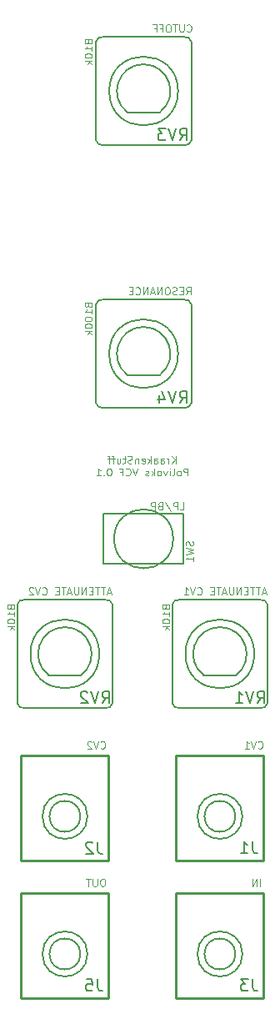
<source format=gbr>
G04 #@! TF.GenerationSoftware,KiCad,Pcbnew,5.1.4*
G04 #@! TF.CreationDate,2019-09-20T20:02:23+02:00*
G04 #@! TF.ProjectId,PolivoksVCF,506f6c69-766f-46b7-9356-43462e6b6963,rev?*
G04 #@! TF.SameCoordinates,Original*
G04 #@! TF.FileFunction,Legend,Bot*
G04 #@! TF.FilePolarity,Positive*
%FSLAX46Y46*%
G04 Gerber Fmt 4.6, Leading zero omitted, Abs format (unit mm)*
G04 Created by KiCad (PCBNEW 5.1.4) date 2019-09-20 20:02:23*
%MOMM*%
%LPD*%
G04 APERTURE LIST*
%ADD10C,0.120000*%
%ADD11C,0.127000*%
%ADD12C,0.254000*%
%ADD13C,0.150000*%
%ADD14C,0.152400*%
G04 APERTURE END LIST*
D10*
X269094714Y-66264785D02*
X269094714Y-65514785D01*
X268666142Y-66264785D02*
X268987571Y-65836214D01*
X268666142Y-65514785D02*
X269094714Y-65943357D01*
X268344714Y-66264785D02*
X268344714Y-65764785D01*
X268344714Y-65907642D02*
X268309000Y-65836214D01*
X268273285Y-65800500D01*
X268201857Y-65764785D01*
X268130428Y-65764785D01*
X267559000Y-66264785D02*
X267559000Y-65871928D01*
X267594714Y-65800500D01*
X267666142Y-65764785D01*
X267809000Y-65764785D01*
X267880428Y-65800500D01*
X267559000Y-66229071D02*
X267630428Y-66264785D01*
X267809000Y-66264785D01*
X267880428Y-66229071D01*
X267916142Y-66157642D01*
X267916142Y-66086214D01*
X267880428Y-66014785D01*
X267809000Y-65979071D01*
X267630428Y-65979071D01*
X267559000Y-65943357D01*
X266880428Y-66264785D02*
X266880428Y-65871928D01*
X266916142Y-65800500D01*
X266987571Y-65764785D01*
X267130428Y-65764785D01*
X267201857Y-65800500D01*
X266880428Y-66229071D02*
X266951857Y-66264785D01*
X267130428Y-66264785D01*
X267201857Y-66229071D01*
X267237571Y-66157642D01*
X267237571Y-66086214D01*
X267201857Y-66014785D01*
X267130428Y-65979071D01*
X266951857Y-65979071D01*
X266880428Y-65943357D01*
X266523285Y-66264785D02*
X266523285Y-65514785D01*
X266451857Y-65979071D02*
X266237571Y-66264785D01*
X266237571Y-65764785D02*
X266523285Y-66050500D01*
X265630428Y-66229071D02*
X265701857Y-66264785D01*
X265844714Y-66264785D01*
X265916142Y-66229071D01*
X265951857Y-66157642D01*
X265951857Y-65871928D01*
X265916142Y-65800500D01*
X265844714Y-65764785D01*
X265701857Y-65764785D01*
X265630428Y-65800500D01*
X265594714Y-65871928D01*
X265594714Y-65943357D01*
X265951857Y-66014785D01*
X265273285Y-65764785D02*
X265273285Y-66264785D01*
X265273285Y-65836214D02*
X265237571Y-65800500D01*
X265166142Y-65764785D01*
X265059000Y-65764785D01*
X264987571Y-65800500D01*
X264951857Y-65871928D01*
X264951857Y-66264785D01*
X264630428Y-66229071D02*
X264523285Y-66264785D01*
X264344714Y-66264785D01*
X264273285Y-66229071D01*
X264237571Y-66193357D01*
X264201857Y-66121928D01*
X264201857Y-66050500D01*
X264237571Y-65979071D01*
X264273285Y-65943357D01*
X264344714Y-65907642D01*
X264487571Y-65871928D01*
X264559000Y-65836214D01*
X264594714Y-65800500D01*
X264630428Y-65729071D01*
X264630428Y-65657642D01*
X264594714Y-65586214D01*
X264559000Y-65550500D01*
X264487571Y-65514785D01*
X264309000Y-65514785D01*
X264201857Y-65550500D01*
X263987571Y-65764785D02*
X263701857Y-65764785D01*
X263880428Y-65514785D02*
X263880428Y-66157642D01*
X263844714Y-66229071D01*
X263773285Y-66264785D01*
X263701857Y-66264785D01*
X263130428Y-65764785D02*
X263130428Y-66264785D01*
X263451857Y-65764785D02*
X263451857Y-66157642D01*
X263416142Y-66229071D01*
X263344714Y-66264785D01*
X263237571Y-66264785D01*
X263166142Y-66229071D01*
X263130428Y-66193357D01*
X262880428Y-65764785D02*
X262594714Y-65764785D01*
X262773285Y-66264785D02*
X262773285Y-65621928D01*
X262737571Y-65550500D01*
X262666142Y-65514785D01*
X262594714Y-65514785D01*
X262451857Y-65764785D02*
X262166142Y-65764785D01*
X262344714Y-66264785D02*
X262344714Y-65621928D01*
X262309000Y-65550500D01*
X262237571Y-65514785D01*
X262166142Y-65514785D01*
X270309000Y-67509785D02*
X270309000Y-66759785D01*
X270023285Y-66759785D01*
X269951857Y-66795500D01*
X269916142Y-66831214D01*
X269880428Y-66902642D01*
X269880428Y-67009785D01*
X269916142Y-67081214D01*
X269951857Y-67116928D01*
X270023285Y-67152642D01*
X270309000Y-67152642D01*
X269451857Y-67509785D02*
X269523285Y-67474071D01*
X269559000Y-67438357D01*
X269594714Y-67366928D01*
X269594714Y-67152642D01*
X269559000Y-67081214D01*
X269523285Y-67045500D01*
X269451857Y-67009785D01*
X269344714Y-67009785D01*
X269273285Y-67045500D01*
X269237571Y-67081214D01*
X269201857Y-67152642D01*
X269201857Y-67366928D01*
X269237571Y-67438357D01*
X269273285Y-67474071D01*
X269344714Y-67509785D01*
X269451857Y-67509785D01*
X268773285Y-67509785D02*
X268844714Y-67474071D01*
X268880428Y-67402642D01*
X268880428Y-66759785D01*
X268487571Y-67509785D02*
X268487571Y-67009785D01*
X268487571Y-66759785D02*
X268523285Y-66795500D01*
X268487571Y-66831214D01*
X268451857Y-66795500D01*
X268487571Y-66759785D01*
X268487571Y-66831214D01*
X268201857Y-67009785D02*
X268023285Y-67509785D01*
X267844714Y-67009785D01*
X267451857Y-67509785D02*
X267523285Y-67474071D01*
X267559000Y-67438357D01*
X267594714Y-67366928D01*
X267594714Y-67152642D01*
X267559000Y-67081214D01*
X267523285Y-67045500D01*
X267451857Y-67009785D01*
X267344714Y-67009785D01*
X267273285Y-67045500D01*
X267237571Y-67081214D01*
X267201857Y-67152642D01*
X267201857Y-67366928D01*
X267237571Y-67438357D01*
X267273285Y-67474071D01*
X267344714Y-67509785D01*
X267451857Y-67509785D01*
X266880428Y-67509785D02*
X266880428Y-66759785D01*
X266809000Y-67224071D02*
X266594714Y-67509785D01*
X266594714Y-67009785D02*
X266880428Y-67295500D01*
X266309000Y-67474071D02*
X266237571Y-67509785D01*
X266094714Y-67509785D01*
X266023285Y-67474071D01*
X265987571Y-67402642D01*
X265987571Y-67366928D01*
X266023285Y-67295500D01*
X266094714Y-67259785D01*
X266201857Y-67259785D01*
X266273285Y-67224071D01*
X266309000Y-67152642D01*
X266309000Y-67116928D01*
X266273285Y-67045500D01*
X266201857Y-67009785D01*
X266094714Y-67009785D01*
X266023285Y-67045500D01*
X265201857Y-66759785D02*
X264951857Y-67509785D01*
X264701857Y-66759785D01*
X264023285Y-67438357D02*
X264059000Y-67474071D01*
X264166142Y-67509785D01*
X264237571Y-67509785D01*
X264344714Y-67474071D01*
X264416142Y-67402642D01*
X264451857Y-67331214D01*
X264487571Y-67188357D01*
X264487571Y-67081214D01*
X264451857Y-66938357D01*
X264416142Y-66866928D01*
X264344714Y-66795500D01*
X264237571Y-66759785D01*
X264166142Y-66759785D01*
X264059000Y-66795500D01*
X264023285Y-66831214D01*
X263451857Y-67116928D02*
X263701857Y-67116928D01*
X263701857Y-67509785D02*
X263701857Y-66759785D01*
X263344714Y-66759785D01*
X262344714Y-66759785D02*
X262273285Y-66759785D01*
X262201857Y-66795500D01*
X262166142Y-66831214D01*
X262130428Y-66902642D01*
X262094714Y-67045500D01*
X262094714Y-67224071D01*
X262130428Y-67366928D01*
X262166142Y-67438357D01*
X262201857Y-67474071D01*
X262273285Y-67509785D01*
X262344714Y-67509785D01*
X262416142Y-67474071D01*
X262451857Y-67438357D01*
X262487571Y-67366928D01*
X262523285Y-67224071D01*
X262523285Y-67045500D01*
X262487571Y-66902642D01*
X262451857Y-66831214D01*
X262416142Y-66795500D01*
X262344714Y-66759785D01*
X261773285Y-67438357D02*
X261737571Y-67474071D01*
X261773285Y-67509785D01*
X261809000Y-67474071D01*
X261773285Y-67438357D01*
X261773285Y-67509785D01*
X261023285Y-67509785D02*
X261451857Y-67509785D01*
X261237571Y-67509785D02*
X261237571Y-66759785D01*
X261309000Y-66866928D01*
X261380428Y-66938357D01*
X261451857Y-66974071D01*
X262478714Y-79373000D02*
X262121571Y-79373000D01*
X262550142Y-79587285D02*
X262300142Y-78837285D01*
X262050142Y-79587285D01*
X261907285Y-78837285D02*
X261478714Y-78837285D01*
X261693000Y-79587285D02*
X261693000Y-78837285D01*
X261335857Y-78837285D02*
X260907285Y-78837285D01*
X261121571Y-79587285D02*
X261121571Y-78837285D01*
X260657285Y-79194428D02*
X260407285Y-79194428D01*
X260300142Y-79587285D02*
X260657285Y-79587285D01*
X260657285Y-78837285D01*
X260300142Y-78837285D01*
X259978714Y-79587285D02*
X259978714Y-78837285D01*
X259550142Y-79587285D01*
X259550142Y-78837285D01*
X259193000Y-78837285D02*
X259193000Y-79444428D01*
X259157285Y-79515857D01*
X259121571Y-79551571D01*
X259050142Y-79587285D01*
X258907285Y-79587285D01*
X258835857Y-79551571D01*
X258800142Y-79515857D01*
X258764428Y-79444428D01*
X258764428Y-78837285D01*
X258443000Y-79373000D02*
X258085857Y-79373000D01*
X258514428Y-79587285D02*
X258264428Y-78837285D01*
X258014428Y-79587285D01*
X257871571Y-78837285D02*
X257443000Y-78837285D01*
X257657285Y-79587285D02*
X257657285Y-78837285D01*
X257193000Y-79194428D02*
X256943000Y-79194428D01*
X256835857Y-79587285D02*
X257193000Y-79587285D01*
X257193000Y-78837285D01*
X256835857Y-78837285D01*
X255514428Y-79515857D02*
X255550142Y-79551571D01*
X255657285Y-79587285D01*
X255728714Y-79587285D01*
X255835857Y-79551571D01*
X255907285Y-79480142D01*
X255943000Y-79408714D01*
X255978714Y-79265857D01*
X255978714Y-79158714D01*
X255943000Y-79015857D01*
X255907285Y-78944428D01*
X255835857Y-78873000D01*
X255728714Y-78837285D01*
X255657285Y-78837285D01*
X255550142Y-78873000D01*
X255514428Y-78908714D01*
X255300142Y-78837285D02*
X255050142Y-79587285D01*
X254800142Y-78837285D01*
X254585857Y-78908714D02*
X254550142Y-78873000D01*
X254478714Y-78837285D01*
X254300142Y-78837285D01*
X254228714Y-78873000D01*
X254193000Y-78908714D01*
X254157285Y-78980142D01*
X254157285Y-79051571D01*
X254193000Y-79158714D01*
X254621571Y-79587285D01*
X254157285Y-79587285D01*
X278226714Y-79373000D02*
X277869571Y-79373000D01*
X278298142Y-79587285D02*
X278048142Y-78837285D01*
X277798142Y-79587285D01*
X277655285Y-78837285D02*
X277226714Y-78837285D01*
X277441000Y-79587285D02*
X277441000Y-78837285D01*
X277083857Y-78837285D02*
X276655285Y-78837285D01*
X276869571Y-79587285D02*
X276869571Y-78837285D01*
X276405285Y-79194428D02*
X276155285Y-79194428D01*
X276048142Y-79587285D02*
X276405285Y-79587285D01*
X276405285Y-78837285D01*
X276048142Y-78837285D01*
X275726714Y-79587285D02*
X275726714Y-78837285D01*
X275298142Y-79587285D01*
X275298142Y-78837285D01*
X274941000Y-78837285D02*
X274941000Y-79444428D01*
X274905285Y-79515857D01*
X274869571Y-79551571D01*
X274798142Y-79587285D01*
X274655285Y-79587285D01*
X274583857Y-79551571D01*
X274548142Y-79515857D01*
X274512428Y-79444428D01*
X274512428Y-78837285D01*
X274191000Y-79373000D02*
X273833857Y-79373000D01*
X274262428Y-79587285D02*
X274012428Y-78837285D01*
X273762428Y-79587285D01*
X273619571Y-78837285D02*
X273191000Y-78837285D01*
X273405285Y-79587285D02*
X273405285Y-78837285D01*
X272941000Y-79194428D02*
X272691000Y-79194428D01*
X272583857Y-79587285D02*
X272941000Y-79587285D01*
X272941000Y-78837285D01*
X272583857Y-78837285D01*
X271262428Y-79515857D02*
X271298142Y-79551571D01*
X271405285Y-79587285D01*
X271476714Y-79587285D01*
X271583857Y-79551571D01*
X271655285Y-79480142D01*
X271691000Y-79408714D01*
X271726714Y-79265857D01*
X271726714Y-79158714D01*
X271691000Y-79015857D01*
X271655285Y-78944428D01*
X271583857Y-78873000D01*
X271476714Y-78837285D01*
X271405285Y-78837285D01*
X271298142Y-78873000D01*
X271262428Y-78908714D01*
X271048142Y-78837285D02*
X270798142Y-79587285D01*
X270548142Y-78837285D01*
X269905285Y-79587285D02*
X270333857Y-79587285D01*
X270119571Y-79587285D02*
X270119571Y-78837285D01*
X270191000Y-78944428D01*
X270262428Y-79015857D01*
X270333857Y-79051571D01*
X269509714Y-70951285D02*
X269866857Y-70951285D01*
X269866857Y-70201285D01*
X269259714Y-70951285D02*
X269259714Y-70201285D01*
X268974000Y-70201285D01*
X268902571Y-70237000D01*
X268866857Y-70272714D01*
X268831142Y-70344142D01*
X268831142Y-70451285D01*
X268866857Y-70522714D01*
X268902571Y-70558428D01*
X268974000Y-70594142D01*
X269259714Y-70594142D01*
X267974000Y-70165571D02*
X268616857Y-71129857D01*
X267474000Y-70558428D02*
X267366857Y-70594142D01*
X267331142Y-70629857D01*
X267295428Y-70701285D01*
X267295428Y-70808428D01*
X267331142Y-70879857D01*
X267366857Y-70915571D01*
X267438285Y-70951285D01*
X267724000Y-70951285D01*
X267724000Y-70201285D01*
X267474000Y-70201285D01*
X267402571Y-70237000D01*
X267366857Y-70272714D01*
X267331142Y-70344142D01*
X267331142Y-70415571D01*
X267366857Y-70487000D01*
X267402571Y-70522714D01*
X267474000Y-70558428D01*
X267724000Y-70558428D01*
X266974000Y-70951285D02*
X266974000Y-70201285D01*
X266688285Y-70201285D01*
X266616857Y-70237000D01*
X266581142Y-70272714D01*
X266545428Y-70344142D01*
X266545428Y-70451285D01*
X266581142Y-70522714D01*
X266616857Y-70558428D01*
X266688285Y-70594142D01*
X266974000Y-70594142D01*
X270140571Y-49107285D02*
X270390571Y-48750142D01*
X270569142Y-49107285D02*
X270569142Y-48357285D01*
X270283428Y-48357285D01*
X270212000Y-48393000D01*
X270176285Y-48428714D01*
X270140571Y-48500142D01*
X270140571Y-48607285D01*
X270176285Y-48678714D01*
X270212000Y-48714428D01*
X270283428Y-48750142D01*
X270569142Y-48750142D01*
X269819142Y-48714428D02*
X269569142Y-48714428D01*
X269462000Y-49107285D02*
X269819142Y-49107285D01*
X269819142Y-48357285D01*
X269462000Y-48357285D01*
X269176285Y-49071571D02*
X269069142Y-49107285D01*
X268890571Y-49107285D01*
X268819142Y-49071571D01*
X268783428Y-49035857D01*
X268747714Y-48964428D01*
X268747714Y-48893000D01*
X268783428Y-48821571D01*
X268819142Y-48785857D01*
X268890571Y-48750142D01*
X269033428Y-48714428D01*
X269104857Y-48678714D01*
X269140571Y-48643000D01*
X269176285Y-48571571D01*
X269176285Y-48500142D01*
X269140571Y-48428714D01*
X269104857Y-48393000D01*
X269033428Y-48357285D01*
X268854857Y-48357285D01*
X268747714Y-48393000D01*
X268283428Y-48357285D02*
X268140571Y-48357285D01*
X268069142Y-48393000D01*
X267997714Y-48464428D01*
X267962000Y-48607285D01*
X267962000Y-48857285D01*
X267997714Y-49000142D01*
X268069142Y-49071571D01*
X268140571Y-49107285D01*
X268283428Y-49107285D01*
X268354857Y-49071571D01*
X268426285Y-49000142D01*
X268462000Y-48857285D01*
X268462000Y-48607285D01*
X268426285Y-48464428D01*
X268354857Y-48393000D01*
X268283428Y-48357285D01*
X267640571Y-49107285D02*
X267640571Y-48357285D01*
X267212000Y-49107285D01*
X267212000Y-48357285D01*
X266890571Y-48893000D02*
X266533428Y-48893000D01*
X266962000Y-49107285D02*
X266712000Y-48357285D01*
X266462000Y-49107285D01*
X266212000Y-49107285D02*
X266212000Y-48357285D01*
X265783428Y-49107285D01*
X265783428Y-48357285D01*
X264997714Y-49035857D02*
X265033428Y-49071571D01*
X265140571Y-49107285D01*
X265212000Y-49107285D01*
X265319142Y-49071571D01*
X265390571Y-49000142D01*
X265426285Y-48928714D01*
X265462000Y-48785857D01*
X265462000Y-48678714D01*
X265426285Y-48535857D01*
X265390571Y-48464428D01*
X265319142Y-48393000D01*
X265212000Y-48357285D01*
X265140571Y-48357285D01*
X265033428Y-48393000D01*
X264997714Y-48428714D01*
X264676285Y-48714428D02*
X264426285Y-48714428D01*
X264319142Y-49107285D02*
X264676285Y-49107285D01*
X264676285Y-48357285D01*
X264319142Y-48357285D01*
X270214142Y-22365857D02*
X270249857Y-22401571D01*
X270357000Y-22437285D01*
X270428428Y-22437285D01*
X270535571Y-22401571D01*
X270607000Y-22330142D01*
X270642714Y-22258714D01*
X270678428Y-22115857D01*
X270678428Y-22008714D01*
X270642714Y-21865857D01*
X270607000Y-21794428D01*
X270535571Y-21723000D01*
X270428428Y-21687285D01*
X270357000Y-21687285D01*
X270249857Y-21723000D01*
X270214142Y-21758714D01*
X269892714Y-21687285D02*
X269892714Y-22294428D01*
X269857000Y-22365857D01*
X269821285Y-22401571D01*
X269749857Y-22437285D01*
X269607000Y-22437285D01*
X269535571Y-22401571D01*
X269499857Y-22365857D01*
X269464142Y-22294428D01*
X269464142Y-21687285D01*
X269214142Y-21687285D02*
X268785571Y-21687285D01*
X268999857Y-22437285D02*
X268999857Y-21687285D01*
X268392714Y-21687285D02*
X268249857Y-21687285D01*
X268178428Y-21723000D01*
X268107000Y-21794428D01*
X268071285Y-21937285D01*
X268071285Y-22187285D01*
X268107000Y-22330142D01*
X268178428Y-22401571D01*
X268249857Y-22437285D01*
X268392714Y-22437285D01*
X268464142Y-22401571D01*
X268535571Y-22330142D01*
X268571285Y-22187285D01*
X268571285Y-21937285D01*
X268535571Y-21794428D01*
X268464142Y-21723000D01*
X268392714Y-21687285D01*
X267499857Y-22044428D02*
X267749857Y-22044428D01*
X267749857Y-22437285D02*
X267749857Y-21687285D01*
X267392714Y-21687285D01*
X266857000Y-22044428D02*
X267107000Y-22044428D01*
X267107000Y-22437285D02*
X267107000Y-21687285D01*
X266749857Y-21687285D01*
D11*
X275843837Y-102095300D02*
G75*
G03X275843837Y-102095300I-2286000J0D01*
G01*
X275132637Y-102095300D02*
G75*
G03X275132637Y-102095300I-1574800J0D01*
G01*
D12*
X278002837Y-106603800D02*
X269112837Y-106603800D01*
X278002837Y-95935800D02*
X278002837Y-106603800D01*
X269112837Y-95935800D02*
X278002837Y-95935800D01*
X269112837Y-106603800D02*
X269112837Y-95935800D01*
D11*
X260095837Y-102095300D02*
G75*
G03X260095837Y-102095300I-2286000J0D01*
G01*
X259384637Y-102095300D02*
G75*
G03X259384637Y-102095300I-1574800J0D01*
G01*
D12*
X262254837Y-106603800D02*
X253364837Y-106603800D01*
X262254837Y-95935800D02*
X262254837Y-106603800D01*
X253364837Y-95935800D02*
X262254837Y-95935800D01*
X253364837Y-106603800D02*
X253364837Y-95935800D01*
X269112837Y-120573800D02*
X269112837Y-109905800D01*
X269112837Y-109905800D02*
X278002837Y-109905800D01*
X278002837Y-109905800D02*
X278002837Y-120573800D01*
X278002837Y-120573800D02*
X269112837Y-120573800D01*
D11*
X275132637Y-116065300D02*
G75*
G03X275132637Y-116065300I-1574800J0D01*
G01*
X275843837Y-116065300D02*
G75*
G03X275843837Y-116065300I-2286000J0D01*
G01*
D12*
X253364837Y-120573800D02*
X253364837Y-109905800D01*
X253364837Y-109905800D02*
X262254837Y-109905800D01*
X262254837Y-109905800D02*
X262254837Y-120573800D01*
X262254837Y-120573800D02*
X253364837Y-120573800D01*
D11*
X259384637Y-116065300D02*
G75*
G03X259384637Y-116065300I-1574800J0D01*
G01*
X260095837Y-116065300D02*
G75*
G03X260095837Y-116065300I-2286000J0D01*
G01*
X277057837Y-85599843D02*
G75*
G03X277057837Y-85599843I-3500000J0D01*
G01*
X268703837Y-90589943D02*
G75*
G03X269467737Y-91099843I636900J127000D01*
G01*
X277647937Y-91099843D02*
X269467737Y-91099843D01*
X277647937Y-91099843D02*
G75*
G03X278411837Y-90589943I127000J636900D01*
G01*
X278411837Y-80609743D02*
X278411837Y-90589943D01*
X278411837Y-80609743D02*
G75*
G03X277647937Y-80099843I-636900J-127000D01*
G01*
X269467737Y-80099843D02*
X277647937Y-80099843D01*
X269467737Y-80099843D02*
G75*
G03X268703837Y-80609743I-127000J-636900D01*
G01*
X268703837Y-90589943D02*
X268703837Y-80609743D01*
D13*
X271907000Y-87757000D02*
G75*
G02X275209000Y-87757000I1651000J2159000D01*
G01*
X275209000Y-87757000D02*
X271907000Y-87757000D01*
X259461000Y-87757000D02*
X256159000Y-87757000D01*
X256159000Y-87757000D02*
G75*
G02X259461000Y-87757000I1651000J2159000D01*
G01*
D11*
X252955837Y-90589943D02*
X252955837Y-80609743D01*
X253719737Y-80099843D02*
G75*
G03X252955837Y-80609743I-127000J-636900D01*
G01*
X253719737Y-80099843D02*
X261899937Y-80099843D01*
X262663837Y-80609743D02*
G75*
G03X261899937Y-80099843I-636900J-127000D01*
G01*
X262663837Y-80609743D02*
X262663837Y-90589943D01*
X261899937Y-91099843D02*
G75*
G03X262663837Y-90589943I127000J636900D01*
G01*
X261899937Y-91099843D02*
X253719737Y-91099843D01*
X252955837Y-90589943D02*
G75*
G03X253719737Y-91099843I636900J127000D01*
G01*
X261309837Y-85599843D02*
G75*
G03X261309837Y-85599843I-3500000J0D01*
G01*
X269311000Y-28449843D02*
G75*
G03X269311000Y-28449843I-3500000J0D01*
G01*
X260957000Y-33439943D02*
G75*
G03X261720900Y-33949843I636900J127000D01*
G01*
X269901100Y-33949843D02*
X261720900Y-33949843D01*
X269901100Y-33949843D02*
G75*
G03X270665000Y-33439943I127000J636900D01*
G01*
X270665000Y-23459743D02*
X270665000Y-33439943D01*
X270665000Y-23459743D02*
G75*
G03X269901100Y-22949843I-636900J-127000D01*
G01*
X261720900Y-22949843D02*
X269901100Y-22949843D01*
X261720900Y-22949843D02*
G75*
G03X260957000Y-23459743I-127000J-636900D01*
G01*
X260957000Y-33439943D02*
X260957000Y-23459743D01*
D13*
X264160163Y-30607000D02*
G75*
G02X267462163Y-30607000I1651000J2159000D01*
G01*
X267462163Y-30607000D02*
X264160163Y-30607000D01*
X267462163Y-57277000D02*
X264160163Y-57277000D01*
X264160163Y-57277000D02*
G75*
G02X267462163Y-57277000I1651000J2159000D01*
G01*
D11*
X260957000Y-60109943D02*
X260957000Y-50129743D01*
X261720900Y-49619843D02*
G75*
G03X260957000Y-50129743I-127000J-636900D01*
G01*
X261720900Y-49619843D02*
X269901100Y-49619843D01*
X270665000Y-50129743D02*
G75*
G03X269901100Y-49619843I-636900J-127000D01*
G01*
X270665000Y-50129743D02*
X270665000Y-60109943D01*
X269901100Y-60619843D02*
G75*
G03X270665000Y-60109943I127000J636900D01*
G01*
X269901100Y-60619843D02*
X261720900Y-60619843D01*
X260957000Y-60109943D02*
G75*
G03X261720900Y-60619843I636900J127000D01*
G01*
X269311000Y-55119843D02*
G75*
G03X269311000Y-55119843I-3500000J0D01*
G01*
D13*
X261746000Y-71374000D02*
X261746000Y-76454000D01*
X269876000Y-71374000D02*
X269876000Y-76454000D01*
X269876000Y-71374000D02*
X261746000Y-71374000D01*
X269876000Y-76454000D02*
X261746000Y-76454000D01*
X268811000Y-73914000D02*
G75*
G03X268811000Y-73914000I-3000000J0D01*
G01*
D14*
X276890963Y-104654047D02*
X276890963Y-105515833D01*
X276948416Y-105688190D01*
X277063320Y-105803095D01*
X277235678Y-105860547D01*
X277350582Y-105860547D01*
X275684463Y-105860547D02*
X276373892Y-105860547D01*
X276029178Y-105860547D02*
X276029178Y-104654047D01*
X276144082Y-104826404D01*
X276258987Y-104941309D01*
X276373892Y-104998761D01*
D10*
X277444857Y-95142857D02*
X277480571Y-95178571D01*
X277587714Y-95214285D01*
X277659142Y-95214285D01*
X277766285Y-95178571D01*
X277837714Y-95107142D01*
X277873428Y-95035714D01*
X277909142Y-94892857D01*
X277909142Y-94785714D01*
X277873428Y-94642857D01*
X277837714Y-94571428D01*
X277766285Y-94500000D01*
X277659142Y-94464285D01*
X277587714Y-94464285D01*
X277480571Y-94500000D01*
X277444857Y-94535714D01*
X277230571Y-94464285D02*
X276980571Y-95214285D01*
X276730571Y-94464285D01*
X276087714Y-95214285D02*
X276516285Y-95214285D01*
X276302000Y-95214285D02*
X276302000Y-94464285D01*
X276373428Y-94571428D01*
X276444857Y-94642857D01*
X276516285Y-94678571D01*
D14*
X261142963Y-104679447D02*
X261142963Y-105541233D01*
X261200416Y-105713590D01*
X261315320Y-105828495D01*
X261487678Y-105885947D01*
X261602582Y-105885947D01*
X260625892Y-104794352D02*
X260568440Y-104736900D01*
X260453535Y-104679447D01*
X260166273Y-104679447D01*
X260051368Y-104736900D01*
X259993916Y-104794352D01*
X259936463Y-104909257D01*
X259936463Y-105024161D01*
X259993916Y-105196519D01*
X260683344Y-105885947D01*
X259936463Y-105885947D01*
D10*
X261442857Y-95142857D02*
X261478571Y-95178571D01*
X261585714Y-95214285D01*
X261657142Y-95214285D01*
X261764285Y-95178571D01*
X261835714Y-95107142D01*
X261871428Y-95035714D01*
X261907142Y-94892857D01*
X261907142Y-94785714D01*
X261871428Y-94642857D01*
X261835714Y-94571428D01*
X261764285Y-94500000D01*
X261657142Y-94464285D01*
X261585714Y-94464285D01*
X261478571Y-94500000D01*
X261442857Y-94535714D01*
X261228571Y-94464285D02*
X260978571Y-95214285D01*
X260728571Y-94464285D01*
X260514285Y-94535714D02*
X260478571Y-94500000D01*
X260407142Y-94464285D01*
X260228571Y-94464285D01*
X260157142Y-94500000D01*
X260121428Y-94535714D01*
X260085714Y-94607142D01*
X260085714Y-94678571D01*
X260121428Y-94785714D01*
X260550000Y-95214285D01*
X260085714Y-95214285D01*
D14*
X276890963Y-118624047D02*
X276890963Y-119485833D01*
X276948416Y-119658190D01*
X277063320Y-119773095D01*
X277235678Y-119830547D01*
X277350582Y-119830547D01*
X276431344Y-118624047D02*
X275684463Y-118624047D01*
X276086630Y-119083666D01*
X275914273Y-119083666D01*
X275799368Y-119141119D01*
X275741916Y-119198571D01*
X275684463Y-119313476D01*
X275684463Y-119600738D01*
X275741916Y-119715642D01*
X275799368Y-119773095D01*
X275914273Y-119830547D01*
X276258987Y-119830547D01*
X276373892Y-119773095D01*
X276431344Y-119715642D01*
D10*
X277619428Y-109184285D02*
X277619428Y-108434285D01*
X277262285Y-109184285D02*
X277262285Y-108434285D01*
X276833714Y-109184285D01*
X276833714Y-108434285D01*
D14*
X261142963Y-118624047D02*
X261142963Y-119485833D01*
X261200416Y-119658190D01*
X261315320Y-119773095D01*
X261487678Y-119830547D01*
X261602582Y-119830547D01*
X259993916Y-118624047D02*
X260568440Y-118624047D01*
X260625892Y-119198571D01*
X260568440Y-119141119D01*
X260453535Y-119083666D01*
X260166273Y-119083666D01*
X260051368Y-119141119D01*
X259993916Y-119198571D01*
X259936463Y-119313476D01*
X259936463Y-119600738D01*
X259993916Y-119715642D01*
X260051368Y-119773095D01*
X260166273Y-119830547D01*
X260453535Y-119830547D01*
X260568440Y-119773095D01*
X260625892Y-119715642D01*
D10*
X261728571Y-108434285D02*
X261585714Y-108434285D01*
X261514285Y-108470000D01*
X261442857Y-108541428D01*
X261407142Y-108684285D01*
X261407142Y-108934285D01*
X261442857Y-109077142D01*
X261514285Y-109148571D01*
X261585714Y-109184285D01*
X261728571Y-109184285D01*
X261800000Y-109148571D01*
X261871428Y-109077142D01*
X261907142Y-108934285D01*
X261907142Y-108684285D01*
X261871428Y-108541428D01*
X261800000Y-108470000D01*
X261728571Y-108434285D01*
X261085714Y-108434285D02*
X261085714Y-109041428D01*
X261050000Y-109112857D01*
X261014285Y-109148571D01*
X260942857Y-109184285D01*
X260800000Y-109184285D01*
X260728571Y-109148571D01*
X260692857Y-109112857D01*
X260657142Y-109041428D01*
X260657142Y-108434285D01*
X260407142Y-108434285D02*
X259978571Y-108434285D01*
X260192857Y-109184285D02*
X260192857Y-108434285D01*
D14*
X277340060Y-90620547D02*
X277742226Y-90046023D01*
X278029488Y-90620547D02*
X278029488Y-89414047D01*
X277569869Y-89414047D01*
X277454964Y-89471500D01*
X277397512Y-89528952D01*
X277340060Y-89643857D01*
X277340060Y-89816214D01*
X277397512Y-89931119D01*
X277454964Y-89988571D01*
X277569869Y-90046023D01*
X278029488Y-90046023D01*
X276995345Y-89414047D02*
X276593179Y-90620547D01*
X276191012Y-89414047D01*
X275156869Y-90620547D02*
X275846298Y-90620547D01*
X275501583Y-90620547D02*
X275501583Y-89414047D01*
X275616488Y-89586404D01*
X275731393Y-89701309D01*
X275846298Y-89758761D01*
D10*
X268049428Y-80876857D02*
X268085142Y-80984000D01*
X268120857Y-81019714D01*
X268192285Y-81055428D01*
X268299428Y-81055428D01*
X268370857Y-81019714D01*
X268406571Y-80984000D01*
X268442285Y-80912571D01*
X268442285Y-80626857D01*
X267692285Y-80626857D01*
X267692285Y-80876857D01*
X267728000Y-80948285D01*
X267763714Y-80984000D01*
X267835142Y-81019714D01*
X267906571Y-81019714D01*
X267978000Y-80984000D01*
X268013714Y-80948285D01*
X268049428Y-80876857D01*
X268049428Y-80626857D01*
X268442285Y-81769714D02*
X268442285Y-81341142D01*
X268442285Y-81555428D02*
X267692285Y-81555428D01*
X267799428Y-81484000D01*
X267870857Y-81412571D01*
X267906571Y-81341142D01*
X267692285Y-82234000D02*
X267692285Y-82305428D01*
X267728000Y-82376857D01*
X267763714Y-82412571D01*
X267835142Y-82448285D01*
X267978000Y-82484000D01*
X268156571Y-82484000D01*
X268299428Y-82448285D01*
X268370857Y-82412571D01*
X268406571Y-82376857D01*
X268442285Y-82305428D01*
X268442285Y-82234000D01*
X268406571Y-82162571D01*
X268370857Y-82126857D01*
X268299428Y-82091142D01*
X268156571Y-82055428D01*
X267978000Y-82055428D01*
X267835142Y-82091142D01*
X267763714Y-82126857D01*
X267728000Y-82162571D01*
X267692285Y-82234000D01*
X268442285Y-82805428D02*
X267692285Y-82805428D01*
X268156571Y-82876857D02*
X268442285Y-83091142D01*
X267942285Y-83091142D02*
X268228000Y-82805428D01*
D14*
X261592060Y-90620547D02*
X261994226Y-90046023D01*
X262281488Y-90620547D02*
X262281488Y-89414047D01*
X261821869Y-89414047D01*
X261706964Y-89471500D01*
X261649512Y-89528952D01*
X261592060Y-89643857D01*
X261592060Y-89816214D01*
X261649512Y-89931119D01*
X261706964Y-89988571D01*
X261821869Y-90046023D01*
X262281488Y-90046023D01*
X261247345Y-89414047D02*
X260845179Y-90620547D01*
X260443012Y-89414047D01*
X260098298Y-89528952D02*
X260040845Y-89471500D01*
X259925940Y-89414047D01*
X259638679Y-89414047D01*
X259523774Y-89471500D01*
X259466321Y-89528952D01*
X259408869Y-89643857D01*
X259408869Y-89758761D01*
X259466321Y-89931119D01*
X260155750Y-90620547D01*
X259408869Y-90620547D01*
D10*
X252301428Y-80876857D02*
X252337142Y-80984000D01*
X252372857Y-81019714D01*
X252444285Y-81055428D01*
X252551428Y-81055428D01*
X252622857Y-81019714D01*
X252658571Y-80984000D01*
X252694285Y-80912571D01*
X252694285Y-80626857D01*
X251944285Y-80626857D01*
X251944285Y-80876857D01*
X251980000Y-80948285D01*
X252015714Y-80984000D01*
X252087142Y-81019714D01*
X252158571Y-81019714D01*
X252230000Y-80984000D01*
X252265714Y-80948285D01*
X252301428Y-80876857D01*
X252301428Y-80626857D01*
X252694285Y-81769714D02*
X252694285Y-81341142D01*
X252694285Y-81555428D02*
X251944285Y-81555428D01*
X252051428Y-81484000D01*
X252122857Y-81412571D01*
X252158571Y-81341142D01*
X251944285Y-82234000D02*
X251944285Y-82305428D01*
X251980000Y-82376857D01*
X252015714Y-82412571D01*
X252087142Y-82448285D01*
X252230000Y-82484000D01*
X252408571Y-82484000D01*
X252551428Y-82448285D01*
X252622857Y-82412571D01*
X252658571Y-82376857D01*
X252694285Y-82305428D01*
X252694285Y-82234000D01*
X252658571Y-82162571D01*
X252622857Y-82126857D01*
X252551428Y-82091142D01*
X252408571Y-82055428D01*
X252230000Y-82055428D01*
X252087142Y-82091142D01*
X252015714Y-82126857D01*
X251980000Y-82162571D01*
X251944285Y-82234000D01*
X252694285Y-82805428D02*
X251944285Y-82805428D01*
X252408571Y-82876857D02*
X252694285Y-83091142D01*
X252194285Y-83091142D02*
X252480000Y-82805428D01*
D14*
X269466060Y-33470547D02*
X269868226Y-32896023D01*
X270155488Y-33470547D02*
X270155488Y-32264047D01*
X269695869Y-32264047D01*
X269580964Y-32321500D01*
X269523512Y-32378952D01*
X269466060Y-32493857D01*
X269466060Y-32666214D01*
X269523512Y-32781119D01*
X269580964Y-32838571D01*
X269695869Y-32896023D01*
X270155488Y-32896023D01*
X269121345Y-32264047D02*
X268719179Y-33470547D01*
X268317012Y-32264047D01*
X268029750Y-32264047D02*
X267282869Y-32264047D01*
X267685036Y-32723666D01*
X267512679Y-32723666D01*
X267397774Y-32781119D01*
X267340321Y-32838571D01*
X267282869Y-32953476D01*
X267282869Y-33240738D01*
X267340321Y-33355642D01*
X267397774Y-33413095D01*
X267512679Y-33470547D01*
X267857393Y-33470547D01*
X267972298Y-33413095D01*
X268029750Y-33355642D01*
D10*
X260175428Y-23472857D02*
X260211142Y-23580000D01*
X260246857Y-23615714D01*
X260318285Y-23651428D01*
X260425428Y-23651428D01*
X260496857Y-23615714D01*
X260532571Y-23580000D01*
X260568285Y-23508571D01*
X260568285Y-23222857D01*
X259818285Y-23222857D01*
X259818285Y-23472857D01*
X259854000Y-23544285D01*
X259889714Y-23580000D01*
X259961142Y-23615714D01*
X260032571Y-23615714D01*
X260104000Y-23580000D01*
X260139714Y-23544285D01*
X260175428Y-23472857D01*
X260175428Y-23222857D01*
X260568285Y-24365714D02*
X260568285Y-23937142D01*
X260568285Y-24151428D02*
X259818285Y-24151428D01*
X259925428Y-24080000D01*
X259996857Y-24008571D01*
X260032571Y-23937142D01*
X259818285Y-24830000D02*
X259818285Y-24901428D01*
X259854000Y-24972857D01*
X259889714Y-25008571D01*
X259961142Y-25044285D01*
X260104000Y-25080000D01*
X260282571Y-25080000D01*
X260425428Y-25044285D01*
X260496857Y-25008571D01*
X260532571Y-24972857D01*
X260568285Y-24901428D01*
X260568285Y-24830000D01*
X260532571Y-24758571D01*
X260496857Y-24722857D01*
X260425428Y-24687142D01*
X260282571Y-24651428D01*
X260104000Y-24651428D01*
X259961142Y-24687142D01*
X259889714Y-24722857D01*
X259854000Y-24758571D01*
X259818285Y-24830000D01*
X260568285Y-25401428D02*
X259818285Y-25401428D01*
X260282571Y-25472857D02*
X260568285Y-25687142D01*
X260068285Y-25687142D02*
X260354000Y-25401428D01*
D14*
X269466060Y-60140547D02*
X269868226Y-59566023D01*
X270155488Y-60140547D02*
X270155488Y-58934047D01*
X269695869Y-58934047D01*
X269580964Y-58991500D01*
X269523512Y-59048952D01*
X269466060Y-59163857D01*
X269466060Y-59336214D01*
X269523512Y-59451119D01*
X269580964Y-59508571D01*
X269695869Y-59566023D01*
X270155488Y-59566023D01*
X269121345Y-58934047D02*
X268719179Y-60140547D01*
X268317012Y-58934047D01*
X267397774Y-59336214D02*
X267397774Y-60140547D01*
X267685036Y-58876595D02*
X267972298Y-59738380D01*
X267225417Y-59738380D01*
D10*
X260175428Y-50190571D02*
X260211142Y-50297714D01*
X260246857Y-50333428D01*
X260318285Y-50369142D01*
X260425428Y-50369142D01*
X260496857Y-50333428D01*
X260532571Y-50297714D01*
X260568285Y-50226285D01*
X260568285Y-49940571D01*
X259818285Y-49940571D01*
X259818285Y-50190571D01*
X259854000Y-50262000D01*
X259889714Y-50297714D01*
X259961142Y-50333428D01*
X260032571Y-50333428D01*
X260104000Y-50297714D01*
X260139714Y-50262000D01*
X260175428Y-50190571D01*
X260175428Y-49940571D01*
X260568285Y-51083428D02*
X260568285Y-50654857D01*
X260568285Y-50869142D02*
X259818285Y-50869142D01*
X259925428Y-50797714D01*
X259996857Y-50726285D01*
X260032571Y-50654857D01*
X259818285Y-51547714D02*
X259818285Y-51619142D01*
X259854000Y-51690571D01*
X259889714Y-51726285D01*
X259961142Y-51762000D01*
X260104000Y-51797714D01*
X260282571Y-51797714D01*
X260425428Y-51762000D01*
X260496857Y-51726285D01*
X260532571Y-51690571D01*
X260568285Y-51619142D01*
X260568285Y-51547714D01*
X260532571Y-51476285D01*
X260496857Y-51440571D01*
X260425428Y-51404857D01*
X260282571Y-51369142D01*
X260104000Y-51369142D01*
X259961142Y-51404857D01*
X259889714Y-51440571D01*
X259854000Y-51476285D01*
X259818285Y-51547714D01*
X259818285Y-52262000D02*
X259818285Y-52333428D01*
X259854000Y-52404857D01*
X259889714Y-52440571D01*
X259961142Y-52476285D01*
X260104000Y-52512000D01*
X260282571Y-52512000D01*
X260425428Y-52476285D01*
X260496857Y-52440571D01*
X260532571Y-52404857D01*
X260568285Y-52333428D01*
X260568285Y-52262000D01*
X260532571Y-52190571D01*
X260496857Y-52154857D01*
X260425428Y-52119142D01*
X260282571Y-52083428D01*
X260104000Y-52083428D01*
X259961142Y-52119142D01*
X259889714Y-52154857D01*
X259854000Y-52190571D01*
X259818285Y-52262000D01*
X260568285Y-52833428D02*
X259818285Y-52833428D01*
X260282571Y-52904857D02*
X260568285Y-53119142D01*
X260068285Y-53119142D02*
X260354000Y-52833428D01*
X270813571Y-74184000D02*
X270849285Y-74291142D01*
X270849285Y-74469714D01*
X270813571Y-74541142D01*
X270777857Y-74576857D01*
X270706428Y-74612571D01*
X270635000Y-74612571D01*
X270563571Y-74576857D01*
X270527857Y-74541142D01*
X270492142Y-74469714D01*
X270456428Y-74326857D01*
X270420714Y-74255428D01*
X270385000Y-74219714D01*
X270313571Y-74184000D01*
X270242142Y-74184000D01*
X270170714Y-74219714D01*
X270135000Y-74255428D01*
X270099285Y-74326857D01*
X270099285Y-74505428D01*
X270135000Y-74612571D01*
X270099285Y-74862571D02*
X270849285Y-75041142D01*
X270313571Y-75184000D01*
X270849285Y-75326857D01*
X270099285Y-75505428D01*
X270849285Y-76184000D02*
X270849285Y-75755428D01*
X270849285Y-75969714D02*
X270099285Y-75969714D01*
X270206428Y-75898285D01*
X270277857Y-75826857D01*
X270313571Y-75755428D01*
M02*

</source>
